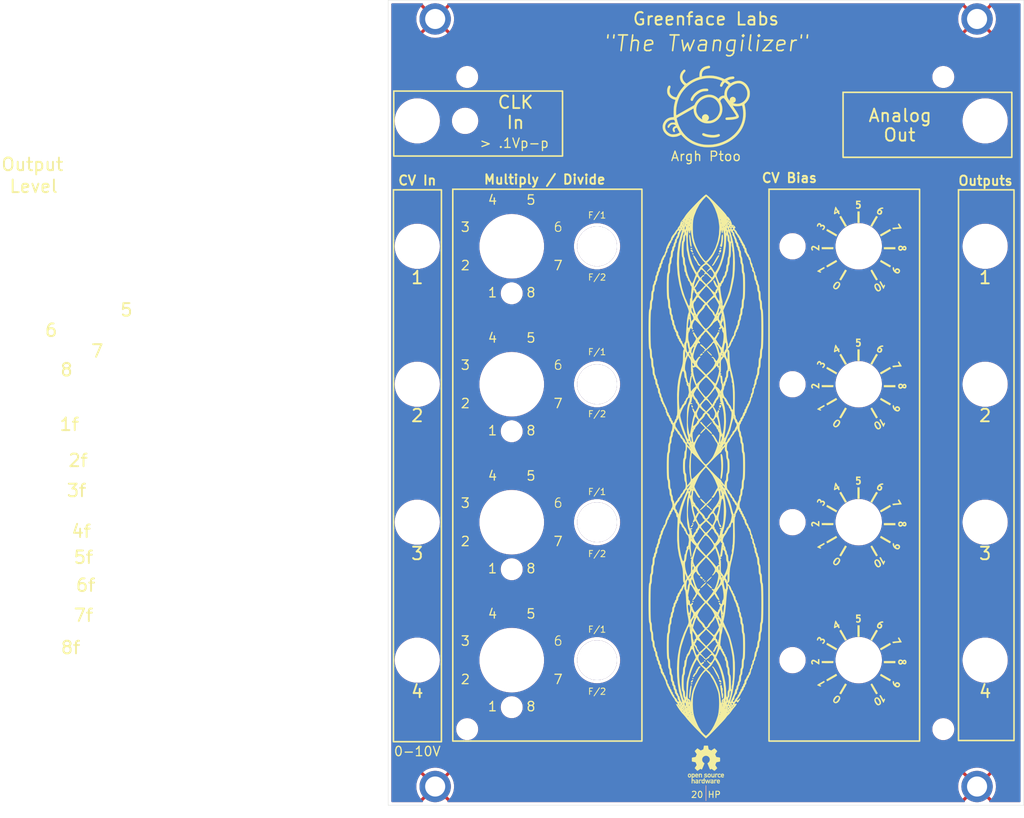
<source format=kicad_pcb>
(kicad_pcb (version 20211014) (generator pcbnew)
  (title_block (title "Pipes Panel") (rev "1.1"))
  (layers (0 "F.Cu" signal) (31 "B.Cu" signal) (34 "B.Paste" user) (35 "F.Paste" user) (36 "B.SilkS" user "B.Silkscreen") (37 "F.SilkS" user "F.Silkscreen") (38 "B.Mask" user) (39 "F.Mask" user) (44 "Edge.Cuts" user))
  (net 0 "")
  (net 1 "GND")
  (footprint "panel:MountingHole_3.2mm_M3_SmPad" (layer "F.Cu") (at 47.5 33.75)
    (fp_text reference "H1" hide)
    (fp_text value "MountingHole_Pad")
    (pad "1" thru_hole circle locked (at 0 0) (size 5 5) (drill 3.2) (layers *.Cu *.Mask) (net 1 "GND"))
  )
  (footprint "panel:MountingHole_3.2mm_M3_SmPad" (layer "F.Cu") (at 133.86 33.75)
    (fp_text reference "H2" hide)
    (fp_text value "MountingHole_Pad")
    (pad "1" thru_hole circle locked (at 0 0) (size 5 5) (drill 3.2) (layers *.Cu *.Mask) (net 1 "GND"))
  )
  (footprint "panel:MountingHole_3.2mm_M3_SmPad" (layer "F.Cu") (at 133.86 156.15)
    (fp_text reference "H3" hide)
    (fp_text value "MountingHole_Pad")
    (pad "1" thru_hole circle locked (at 0 0) (size 5 5) (drill 3.2) (layers *.Cu *.Mask) (net 1 "GND"))
  )
  (footprint "panel:MountingHole_3.2mm_M3_SmPad" (layer "F.Cu") (at 47.5 156.15)
    (fp_text reference "H4" hide)
    (fp_text value "MountingHole_Pad")
    (pad "1" thru_hole circle locked (at 0 0) (size 5 5) (drill 3.2) (layers *.Cu *.Mask) (net 1 "GND"))
  )
  (footprint "panel:Potentiometer_Bourns_PTV09A-1_Single_Vertical" (layer "F.Cu") (at 117.5 77 90)
    (fp_text reference "H5" hide)
    (fp_text value "Adj 1")
    (pad "" np_thru_hole circle (at 7 -2.5 90) (size 6.4 6.4) (drill 6.4) (layers F&B.Cu *.Mask))
  )
  (footprint "MountingHole:MountingHole_2.5mm" (layer "F.Cu") (at 52.6 43)
    (fp_text reference "H17" hide)
    (fp_text value "MountingHole")
    (pad "" np_thru_hole circle (at 0 0) (size 2.5 2.5) (drill 2.5) (layers *.Cu *.Mask))
  )
  (footprint "MountingHole:MountingHole_2.5mm" (layer "F.Cu") (at 128.48 43)
    (fp_text reference "H18" hide)
    (fp_text value "MountingHole")
    (pad "" np_thru_hole circle (at 0 0) (size 2.5 2.5) (drill 2.5) (layers *.Cu *.Mask))
  )
  (footprint "MountingHole:MountingHole_2.5mm" (layer "F.Cu") (at 128.48 147)
    (fp_text reference "H19" hide)
    (fp_text value "MountingHole")
    (pad "" np_thru_hole circle (at 0 0) (size 2.5 2.5) (drill 2.5) (layers *.Cu *.Mask))
  )
  (footprint "MountingHole:MountingHole_2.5mm" (layer "F.Cu") (at 52.6 147)
    (fp_text reference "H20" hide)
    (fp_text value "MountingHole")
    (pad "" np_thru_hole circle (at 0 0) (size 2.5 2.5) (drill 2.5) (layers *.Cu *.Mask))
  )
  (footprint "panel:MolexJack" (layer "F.Cu") (at 45.5 70.87 90)
    (fp_text reference "H10" hide)
    (fp_text value "MountingHole")
    (pad "" np_thru_hole circle (at 0.87 -0.85 90) (size 6.2 6.2) (drill 6.2) (layers F&B.Cu *.Mask))
  )
  (footprint "panel:MolexJack" (layer "F.Cu") (at 45.5 92.87 90)
    (fp_text reference "H11" hide)
    (fp_text value "MountingHole")
    (pad "" np_thru_hole circle (at 0.87 -0.85 90) (size 6.2 6.2) (drill 6.2) (layers F&B.Cu *.Mask))
  )
  (footprint "panel:MolexJack" (layer "F.Cu") (at 45.5 114.87 90)
    (fp_text reference "H12" hide)
    (fp_text value "MountingHole")
    (pad "" np_thru_hole circle (at 0.87 -0.85 90) (size 6.2 6.2) (drill 6.2) (layers F&B.Cu *.Mask))
  )
  (footprint "panel:MolexJack" (layer "F.Cu") (at 45.5 50.87 90)
    (fp_text reference "H6" hide)
    (fp_text value "Clk In")
    (pad "" np_thru_hole circle (at 0.87 -0.85 90) (size 6.2 6.2) (drill 6.2) (layers F&B.Cu *.Mask))
  )
  (footprint "panel:adafruit_rotary8" (layer "F.Cu") (at 59.7 70)
    (fp_text reference "H15" hide)
    (fp_text value "MountingHole")
    (fp_text user "5" (at 3.0615 -7.391 unlocked) (layer "F.SilkS") (effects (font (size 1.5 1.5) (thickness 0.2))))
    (fp_text user "7" (at 7.391 3.0615 unlocked) (layer "F.SilkS") (effects (font (size 1.5 1.5) (thickness 0.2))))
    (fp_text user "3" (at -7.391 -3.0615 unlocked) (layer "F.SilkS") (effects (font (size 1.5 1.5) (thickness 0.2))))
    (fp_text user "6" (at 7.391 -3.0615 unlocked) (layer "F.SilkS") (effects (font (size 1.5 1.5))))
    (fp_text user "2" (at -7.391 3.0615 unlocked) (layer "F.SilkS") (effects (font (size 1.5 1.5) (thickness 0.2))))
    (fp_text user "4" (at -3.0615 -7.391 unlocked) (layer "F.SilkS") (effects (font (size 1.5 1.5) (thickness 0.2))))
    (fp_text user "8" (at 3.0615 7.391 unlocked) (layer "F.SilkS") (effects (font (size 1.5 1.5) (thickness 0.2))))
    (fp_text user "1" (at -3.0615 7.391 unlocked) (layer "F.SilkS") (effects (font (size 1.5 1.5) (thickness 0.2))))
    (pad "" np_thru_hole circle (at 0 0) (size 9.3 9.3) (drill 9.3) (layers F&B.Cu *.Mask))
    (pad "" np_thru_hole circle (at 0 7.5) (size 2.5 2.5) (drill 2.5) (layers F&B.Cu *.Mask))
  )
  (footprint "panel:dial2" (layer "F.Cu") (at 115 114 90)
    (fp_text reference "GR5" hide)
    (fp_text value "dial" hide)
  )
  (footprint "panel:3mmLED" (layer "F.Cu") (at 104.45 137.27 90)
    (fp_text reference "H25" hide)
    (fp_text value "MountingHole")
    (pad "" np_thru_hole circle (at 1.27 0 90) (size 3.2 3.2) (drill 3.2) (layers *.Cu *.Mask))
  )
  (footprint "panel:3mmLED" (layer "F.Cu") (at 104.45 71.27 90)
    (fp_text reference "H22" hide)
    (fp_text value "MountingHole")
    (pad "" np_thru_hole circle (at 1.27 0 90) (size 3.2 3.2) (drill 3.2) (layers *.Cu *.Mask))
  )
  (footprint "panel:dial2" (layer "F.Cu") (at 115 92 90)
    (fp_text reference "GR4" hide)
    (fp_text value "dial" hide)
  )
  (footprint "panel:MolexJack" (layer "F.Cu") (at 136 92.87 90)
    (fp_text reference "H9" hide)
    (fp_text value "MountingHole")
    (pad "" np_thru_hole circle (at 0.87 -0.85 90) (size 6.2 6.2) (drill 6.2) (layers F&B.Cu *.Mask))
  )
  (footprint "panel:tog_spst" (layer "F.Cu") (at 73.3 96.7)
    (fp_text reference "H33" hide)
    (fp_text value "MountingHole")
    (pad "1" thru_hole circle (at 0 -4.7) (size 6.35 6.35) (drill 6.35) (layers *.Cu *.Mask))
  )
  (footprint "panel:MolexJack" (layer "F.Cu") (at 136 136.87 90)
    (fp_text reference "H14" hide)
    (fp_text value "MountingHole")
    (pad "" np_thru_hole circle (at 0.87 -0.85 90) (size 6.2 6.2) (drill 6.2) (layers F&B.Cu *.Mask))
  )
  (footprint "panel:dial2" (layer "F.Cu") (at 115 136 90)
    (fp_text reference "GR6" hide)
    (fp_text value "dial" hide)
  )
  (footprint "panel:MolexJack" (layer "F.Cu") (at 45.5 136.87 90)
    (fp_text reference "H21" hide)
    (fp_text value "MountingHole")
    (pad "" np_thru_hole circle (at 0.87 -0.85 90) (size 6.2 6.2) (drill 6.2) (layers F&B.Cu *.Mask))
  )
  (footprint "panel:tog_spst" (layer "F.Cu") (at 73.3 74.7)
    (fp_text reference "H32" hide)
    (fp_text value "MountingHole")
    (pad "1" thru_hole circle (at 0 -4.7) (size 6.35 6.35) (drill 6.35) (layers *.Cu *.Mask))
  )
  (footprint "Symbol:OSHW-Logo_5.7x6mm_SilkScreen" (layer "F.Cu") (at 90.65 152.64)
    (fp_text reference "GR2" hide)
    (fp_text value "Logo_Open_Hardware_Small" hide)
  )
  (footprint "panel:adafruit_rotary8" (layer "F.Cu") (at 59.7 114)
    (fp_text reference "H30" hide)
    (fp_text value "MountingHole")
    (fp_text user "3" (at -7.391 -3.0615 unlocked) (layer "F.SilkS") (effects (font (size 1.5 1.5) (thickness 0.2))))
    (fp_text user "6" (at 7.391 -3.0615 unlocked) (layer "F.SilkS") (effects (font (size 1.5 1.5))))
    (fp_text user "1" (at -3.0615 7.391 unlocked) (layer "F.SilkS") (effects (font (size 1.5 1.5) (thickness 0.2))))
    (fp_text user "2" (at -7.391 3.0615 unlocked) (layer "F.SilkS") (effects (font (size 1.5 1.5) (thickness 0.2))))
    (fp_text user "8" (at 3.0615 7.391 unlocked) (layer "F.SilkS") (effects (font (size 1.5 1.5) (thickness 0.2))))
    (fp_text user "4" (at -3.0615 -7.391 unlocked) (layer "F.SilkS") (effects (font (size 1.5 1.5) (thickness 0.2))))
    (fp_text user "7" (at 7.391 3.0615 unlocked) (layer "F.SilkS") (effects (font (size 1.5 1.5) (thickness 0.2))))
    (fp_text user "5" (at 3.0615 -7.391 unlocked) (layer "F.SilkS") (effects (font (size 1.5 1.5) (thickness 0.2))))
    (pad "" np_thru_hole circle (at 0 7.5) (size 2.5 2.5) (drill 2.5) (layers F&B.Cu *.Mask))
    (pad "" np_thru_hole circle (at 0 0) (size 9.3 9.3) (drill 9.3) (layers F&B.Cu *.Mask))
  )
  (footprint "panel:3mmLED" (layer "F.Cu") (at 51 50)
    (fp_text reference "H16" hide)
    (fp_text value "MountingHole")
    (pad "" np_thru_hole circle (at 1.27 0) (size 3.2 3.2) (drill 3.2) (layers *.Cu *.Mask))
  )
  (footprint "panel:MolexJack" (layer "F.Cu") (at 136 70.87 90)
    (fp_text reference "H8" hide)
    (fp_text value "MountingHole")
    (pad "" np_thru_hole circle (at 0.87 -0.85 90) (size 6.2 6.2) (drill 6.2) (layers F&B.Cu *.Mask))
  )
  (footprint "panel:Potentiometer_Bourns_PTV09A-1_Single_Vertical" (layer "F.Cu") (at 117.5 99 90)
    (fp_text reference "H26" hide)
    (fp_text value "Adj 2")
    (pad "" np_thru_hole circle (at 7 -2.5 90) (size 6.4 6.4) (drill 6.4) (layers F&B.Cu *.Mask))
  )
  (footprint "panel:3mmLED" (layer "F.Cu") (at 104.45 115.27 90)
    (fp_text reference "H24" hide)
    (fp_text value "MountingHole")
    (pad "" np_thru_hole circle (at 1.27 0 90) (size 3.2 3.2) (drill 3.2) (layers *.Cu *.Mask))
  )
  (footprint "panel:dial2" (layer "F.Cu") (at 115 70 90)
    (fp_text reference "GR1" hide)
    (fp_text value "dial" hide)
  )
  (footprint "panel:3mmLED" (layer "F.Cu") (at 104.45 93.27 90)
    (fp_text reference "H23" hide)
    (fp_text value "MountingHole")
    (pad "" np_thru_hole circle (at 1.27 0 90) (size 3.2 3.2) (drill 3.2) (layers *.Cu *.Mask))
  )
  (footprint "panel:MolexJack" (layer "F.Cu") (at 136 114.87 90)
    (fp_text reference "H13" hide)
    (fp_text value "MountingHole")
    (pad "" np_thru_hole circle (at 0.87 -0.85 90) (size 6.2 6.2) (drill 6.2) (layers F&B.Cu *.Mask))
  )
  (footprint "panel:MolexJack" (layer "F.Cu") (at 136 50.87 90)
    (fp_text reference "H7" hide)
    (fp_text value "VCO Out")
    (pad "" np_thru_hole circle (at 0.87 -0.85 90) (size 6.2 6.2) (drill 6.2) (layers F&B.Cu *.Mask))
  )
  (footprint "panel:vib" (layer "F.Cu") (at 90.65 105)
    (fp_text reference "GR3" hide)
    (fp_text value "bamboo" hide)
  )
  (footprint "panel:tog_spst" (layer "F.Cu") (at 73.3 118.7)
    (fp_text reference "H34" hide)
    (fp_text value "MountingHole")
    (pad "1" thru_hole circle (at 0 -4.7) (size 6.35 6.35) (drill 6.35) (layers *.Cu *.Mask))
  )
  (footprint "panel:tog_spst" (layer "F.Cu") (at 73.3 140.7)
    (fp_text reference "H35" hide)
    (fp_text value "MountingHole")
    (pad "1" thru_hole circle (at 0 -4.7) (size 6.35 6.35) (drill 6.35) (layers *.Cu *.Mask))
  )
  (footprint "panel:Potentiometer_Bourns_PTV09A-1_Single_Vertical" (layer "F.Cu") (at 117.5 143 90)
    (fp_text reference "H28" hide)
    (fp_text value "Adj 4")
    (pad "" np_thru_hole circle (at 7 -2.5 90) (size 6.4 6.4) (drill 6.4) (layers F&B.Cu *.Mask))
  )
  (footprint "panel:Potentiometer_Bourns_PTV09A-1_Single_Vertical" (layer "F.Cu") (at 117.5 121 90)
    (fp_text reference "H27" hide)
    (fp_text value "Adj 3")
    (pad "" np_thru_hole circle (at 7 -2.5 90) (size 6.4 6.4) (drill 6.4) (layers F&B.Cu *.Mask))
  )
  (footprint "panel:small_face" (layer "F.Cu") (at 90.65 48.15)
    (fp_text reference "GR7" hide)
    (fp_text value "face" hide)
  )
  (footprint "panel:adafruit_rotary8" (layer "F.Cu") (at 59.7 92)
    (fp_text reference "H29" hide)
    (fp_text value "MountingHole")
    (fp_text user "7" (at 7.391 3.0615 unlocked) (layer "F.SilkS") (effects (font (size 1.5 1.5) (thickness 0.2))))
    (fp_text user "3" (at -7.391 -3.0615 unlocked) (layer "F.SilkS") (effects (font (size 1.5 1.5) (thickness 0.2))))
    (fp_text user "8" (at 3.0615 7.391 unlocked) (layer "F.SilkS") (effects (font (size 1.5 1.5) (thickness 0.2))))
    (fp_text user "1" (at -3.0615 7.391 unlocked) (layer "F.SilkS") (effects (font (size 1.5 1.5) (thickness 0.2))))
    (fp_text user "6" (at 7.391 -3.0615 unlocked) (layer "F.SilkS") (effects (font (size 1.5 1.5))))
    (fp_text user "5" (at 3.0615 -7.391 unlocked) (layer "F.SilkS") (effects (font (size 1.5 1.5) (thickness 0.2))))
    (fp_text user "2" (at -7.391 3.0615 unlocked) (layer "F.SilkS") (effects (font (size 1.5 1.5) (thickness 0.2))))
    (fp_text user "4" (at -3.0615 -7.391 unlocked) (layer "F.SilkS") (effects (font (size 1.5 1.5) (thickness 0.2))))
    (pad "" np_thru_hole circle (at 0 0) (size 9.3 9.3) (drill 9.3) (layers F&B.Cu *.Mask))
    (pad "" np_thru_hole circle (at 0 7.5) (size 2.5 2.5) (drill 2.5) (layers F&B.Cu *.Mask))
  )
  (footprint "panel:adafruit_rotary8" (layer "F.Cu") (at 59.7 136)
    (fp_text reference "H31" hide)
    (fp_text value "MountingHole")
    (fp_text user "3" (at -7.391 -3.0615 unlocked) (layer "F.SilkS") (effects (font (size 1.5 1.5) (thickness 0.2))))
    (fp_text user "8" (at 3.0615 7.391 unlocked) (layer "F.SilkS") (effects (font (size 1.5 1.5) (thickness 0.2))))
    (fp_text user "7" (at 7.391 3.0615 unlocked) (layer "F.SilkS") (effects (font (size 1.5 1.5) (thickness 0.2))))
    (fp_text user "1" (at -3.0615 7.391 unlocked) (layer "F.SilkS") (effects (font (size 1.5 1.5) (thickness 0.2))))
    (fp_text user "5" (at 3.0615 -7.391 unlocked) (layer "F.SilkS") (effects (font (size 1.5 1.5) (thickness 0.2))))
    (fp_text user "6" (at 7.391 -3.0615 unlocked) (layer "F.SilkS") (effects (font (size 1.5 1.5))))
    (fp_text user "4" (at -3.0615 -7.391 unlocked) (layer "F.SilkS") (effects (font (size 1.5 1.5) (thickness 0.2))))
    (fp_text user "2" (at -7.391 3.0615 unlocked) (layer "F.SilkS") (effects (font (size 1.5 1.5) (thickness 0.2))))
    (pad "" np_thru_hole circle (at 0 0) (size 9.3 9.3) (drill 9.3) (layers F&B.Cu *.Mask))
    (pad "" np_thru_hole circle (at 0 7.5) (size 2.5 2.5) (drill 2.5) (layers F&B.Cu *.Mask))
  )
  (gr_line (start 90.65 156.01) (end 90.65 158.4) (layer "B.SilkS") (width 0.12))
  (gr_rect (start 100.705 60.9) (end 124.7 148.9) (layer "F.SilkS") (width 0.25) (fill none))
  (gr_rect (start 112.505 45.45) (end 139.4 55.81) (layer "F.SilkS") (width 0.25) (fill none))
  (gr_rect (start 40.9 45.245) (end 67.795 55.605) (layer "F.SilkS") (width 0.25) (fill none))
  (gr_rect (start 40.85 61) (end 48.495 149) (layer "F.SilkS") (width 0.25) (fill none))
  (gr_rect (start 50.305 60.9) (end 80.45 148.9) (layer "F.SilkS") (width 0.25) (fill none))
  (gr_rect (start 130.9025 61) (end 139.7475 148.81) (layer "F.SilkS") (width 0.25) (fill none))
  (gr_line (start 141.3 30.75) (end 40 30.75) (layer "Edge.Cuts") (width 0.05))
  (gr_line (start 141.3 159.15) (end 141.3 30.75) (layer "Edge.Cuts") (width 0.05))
  (gr_line (start 40 159.15) (end 141.3 159.15) (layer "Edge.Cuts") (width 0.05))
  (gr_line (start 40 30.75) (end 40 159.15) (layer "Edge.Cuts") (width 0.05))
  (gr_text "Output" (at -16.7 56.95) (layer "F.SilkS") (effects (font (size 2 2) (thickness 0.3))))
  (gr_text "4" (at 44.65 141) (layer "F.SilkS") (effects (font (size 2 2) (thickness 0.3))))
  (gr_text "3" (at 135.15 119) (layer "F.SilkS") (effects (font (size 2 2) (thickness 0.3))))
  (gr_text "Multiply / Divide" (at 64.95 59.35) (layer "F.SilkS") (effects (font (size 1.5 1.5) (thickness 0.3))))
  (gr_text "Greenface Labs" (at 90.65 33.74) (layer "F.SilkS") (effects (font (size 2 2) (thickness 0.3))))
  (gr_text "3" (at 44.65 119) (layer "F.SilkS") (effects (font (size 2 2) (thickness 0.3))))
  (gr_text "F/1" (at 73.3 131.1) (layer "F.SilkS") (effects (font (size 1 1))))
  (gr_text "Out" (at 121.5 52.25) (layer "F.SilkS") (effects (font (size 2 2) (thickness 0.3))))
  (gr_text "F/2" (at 73.3 119.05) (layer "F.SilkS") (effects (font (size 1 1))))
  (gr_text "> .1Vp-p" (at 60.1 53.55) (layer "F.SilkS") (effects (font (size 1.5 1.5) (thickness 0.2))))
  (gr_text "4" (at 135.15 141) (layer "F.SilkS") (effects (font (size 2 2) (thickness 0.3))))
  (gr_text "Outputs" (at 135.2 59.55) (layer "F.SilkS") (effects (font (size 1.5 1.5) (thickness 0.3))))
  (gr_text "1" (at 135.15 75) (layer "F.SilkS") (effects (font (size 2 2) (thickness 0.3))))
  (gr_text "2" (at 44.65 97) (layer "F.SilkS") (effects (font (size 2 2) (thickness 0.3))))
  (gr_text "0-10V" (at 44.65 150.55) (layer "F.SilkS") (effects (font (size 1.5 1.5) (thickness 0.2))))
  (gr_text "7" (at -6.35 86.7) (layer "F.SilkS") (effects (font (size 2 2) (thickness 0.3))))
  (gr_text "1" (at 44.65 75) (layer "F.SilkS") (effects (font (size 2 2) (thickness 0.3))))
  (gr_text "Level" (at -16.5 60.45) (layer "F.SilkS") (effects (font (size 2 2) (thickness 0.3))))
  (gr_text "CV In" (at 44.65 59.5) (layer "F.SilkS") (effects (font (size 1.5 1.5) (thickness 0.3))))
  (gr_text "1f" (at -10.8 98.4) (layer "F.SilkS") (effects (font (size 2 2) (thickness 0.3))))
  (gr_text "{dblquote}The Twangilizer{dblquote}" (at 90.65 37.65) (layer "F.SilkS") (effects (font (size 2.5 2.5) (thickness 0.25) italic)))
  (gr_text "8" (at -11.25 89.7) (layer "F.SilkS") (effects (font (size 2 2) (thickness 0.3))))
  (gr_text "Analog" (at 121.6 49.15) (layer "F.SilkS") (effects (font (size 2 2) (thickness 0.3))))
  (gr_text "8f" (at -10.6 134) (layer "F.SilkS") (effects (font (size 2 2) (thickness 0.3))))
  (gr_text "Argh Ptoo" (at 90.65 55.65) (layer "F.SilkS") (effects (font (size 1.5 1.5) (thickness 0.2))))
  (gr_text "F/2" (at 73.3 74.95) (layer "F.SilkS") (effects (font (size 1 1))))
  (gr_text "2f" (at -9.4 104.15) (layer "F.SilkS") (effects (font (size 2 2) (thickness 0.3))))
  (gr_text "5f" (at -8.55 119.6) (layer "F.SilkS") (effects (font (size 2 2) (thickness 0.3))))
  (gr_text "7f" (at -8.55 128.85) (layer "F.SilkS") (effects (font (size 2 2) (thickness 0.3))))
  (gr_text "4f" (at -8.9 115.45) (layer "F.SilkS") (effects (font (size 2 2) (thickness 0.3))))
  (gr_text "F/1" (at 73.3 86.85) (layer "F.SilkS") (effects (font (size 1 1))))
  (gr_text "CV Bias" (at 103.95 59.1) (layer "F.SilkS") (effects (font (size 1.5 1.5) (thickness 0.3))))
  (gr_text "F/2" (at 73.3 141) (layer "F.SilkS") (effects (font (size 1 1))))
  (gr_text "F/1" (at 73.3 109.15) (layer "F.SilkS") (effects (font (size 1 1))))
  (gr_text "CLK\nIn" (at 60.3 48.65) (layer "F.SilkS") (effects (font (size 2 2) (thickness 0.3))))
  (gr_text "2" (at 135.15 97) (layer "F.SilkS") (effects (font (size 2 2) (thickness 0.3))))
  (gr_text "5" (at -1.7 80.15) (layer "F.SilkS") (effects (font (size 2 2) (thickness 0.3))))
  (gr_text "6" (at -13.7 83.4) (layer "F.SilkS") (effects (font (size 2 2) (thickness 0.3))))
  (gr_text "20 HP" (at 90.65 157.45) (layer "F.SilkS") (effects (font (size 1 1))))
  (gr_text "F/1" (at 73.3 65.05) (layer "F.SilkS") (effects (font (size 1 1))))
  (gr_text "6f" (at -8.2 124.05) (layer "F.SilkS") (effects (font (size 2 2) (thickness 0.3))))
  (gr_text "F/2" (at 73.3 96.75) (layer "F.SilkS") (effects (font (size 1 1))))
  (gr_text "3f" (at -9.65 108.95) (layer "F.SilkS") (effects (font (size 2 2) (thickness 0.3))))
  (zone (net 1) (net_name "GND") (layer "F.Cu") (connect_pads (clearance 0.508)) (min_thickness 0.254) (fill yes (thermal_gap 0.508) (thermal_bridge_width 0.508))
    (polygon (pts (xy 40 30.75) (xy 141.24 30.75) (xy 141.24 159.15) (xy 40 159.15)))
  )
  (zone (net 0) (net_name "") (layer "B.Cu") (connect_pads (clearance 0.508)) (min_thickness 0.254) (fill yes (thermal_gap 0.508) (thermal_bridge_width 0.508))
    (polygon (pts (xy 40 30.75) (xy 141.15 30.75) (xy 141.15 159.15) (xy 40 159.15)))
  )
)
</source>
